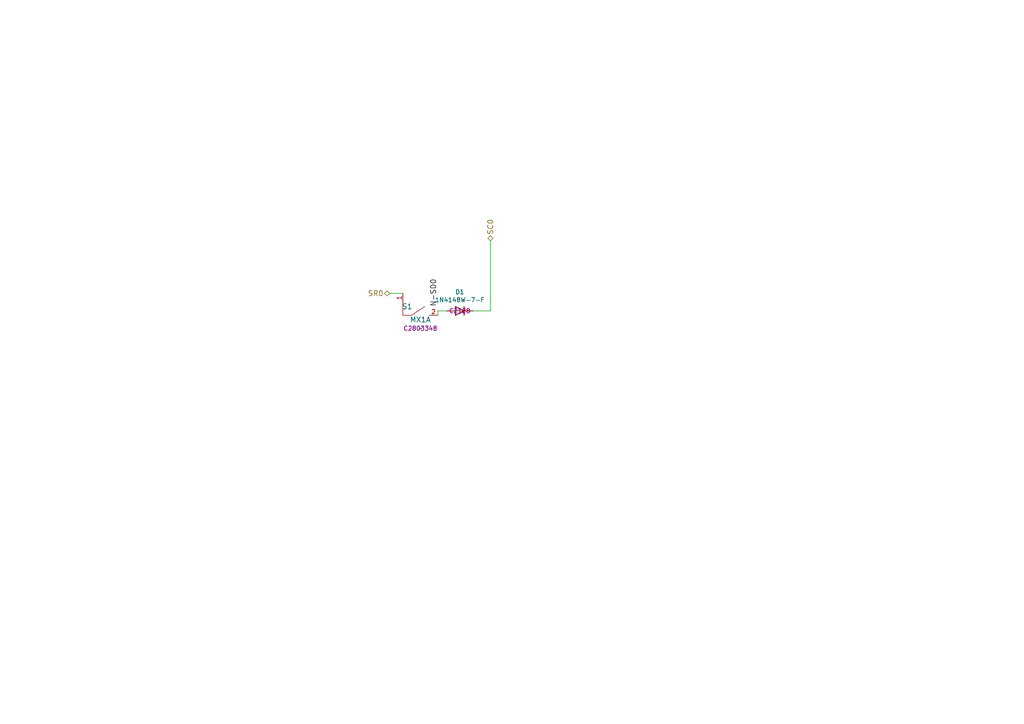
<source format=kicad_sch>
(kicad_sch (version 20211123) (generator eeschema)
  (paper "A4")
  (title_block (date "15 sep 2015"))
  (lib_symbols
    (symbol "Device:D" (pin_numbers hide) (pin_names (offset 1.016) hide)
      (property "Reference" "D" (at 0 2.54 0))
      (property "Value" "D" (at 0 -2.54 0))
      (symbol "D_0_1"
        (polyline (pts (xy -1.27 1.27) (xy -1.27 -1.27)) (stroke (width 0.254)))
        (polyline (pts (xy 1.27 0) (xy -1.27 0)))
        (polyline (pts (xy 1.27 1.27) (xy 1.27 -1.27) (xy -1.27 0) (xy 1.27 1.27)) (stroke (width 0.254)))
      )
      (symbol "D_1_1"
        (pin passive line (at -3.81 0 0) (length 2.54) (name "K") (number "1"))
        (pin passive line (at 3.81 0 180) (length 2.54) (name "A") (number "2"))
      )
    )
    (symbol "amoeba-king-rescue:MX1A-amoeba-rescue-amoeba-royale-rescue" (pin_names (offset 1.016))
      (property "Reference" "S" (at -3.81 6.35 0))
      (property "Value" "MX1A-amoeba-rescue-amoeba-royale-rescue" (at 0 2.54 0))
      (symbol "MX1A-amoeba-rescue-amoeba-royale-rescue_0_1"
        (polyline (pts (xy -2.54 3.81) (xy 1.27 6.35)))
        (polyline (pts (xy -5.08 7.62) (xy -5.08 3.81) (xy -2.54 3.81)))
      )
      (symbol "MX1A-amoeba-rescue-amoeba-royale-rescue_1_1"
        (pin passive line (at -5.08 10.16 270) (length 2.54) (name "~") (number "1"))
        (pin passive line (at 5.08 3.81 180) (length 2.54) (name "~") (number "2"))
      )
    )
  )
  (wire (pts (xy 142.24 69.85) (xy 142.24 90.17)))
  (wire (pts (xy 116.84 85.09) (xy 113.03 85.09)))
  (wire (pts (xy 127 90.17) (xy 127 91.44)))
  (wire (pts (xy 129.54 90.17) (xy 127 90.17)))
  (wire (pts (xy 137.16 90.17) (xy 142.24 90.17)))
  (label "N-SD0" (at 127 88.9 90) (effects (font (size 1.524 1.524))))
  (hierarchical_label "SR0" (shape bidirectional) (at 113.03 85.09 180) (effects (font (size 1.524 1.524))))
  (hierarchical_label "SC0" (shape bidirectional) (at 142.24 69.85 90) (effects (font (size 1.524 1.524))))
  (symbol (lib_id "amoeba-king-rescue:MX1A-amoeba-rescue-amoeba-royale-rescue") (at 121.92 95.25 0) (unit 1)
    (property "Reference" "S1" (at 118.11 88.9 0) (effects (font (size 1.524 1.524))))
    (property "Value" "MX1A" (at 121.92 92.71 0) (effects (font (size 1.524 1.524))))
    (property "Footprint" "amoeba-modules:Kailh_MX_Socket" (effects hide))
    (property "Datasheet" "~" (at 121.92 95.25 0) (effects (font (size 1.524 1.524))))
    (property "LCSC" "C2803348" (at 121.92 95.25 0))
  )
  (symbol (lib_id "Device:D") (at 133.35 90.17 180) (unit 1)
    (property "Reference" "D1" (at 133.35 84.6836 0))
    (property "Value" "1N4148W-7-F" (at 133.35 86.995 0))
    (property "Footprint" "Diode_SMD:D_SOD-123" (effects hide))
    (property "LCSC" "C2128" (at 133.35 90.17 0))
  )
)
</source>
